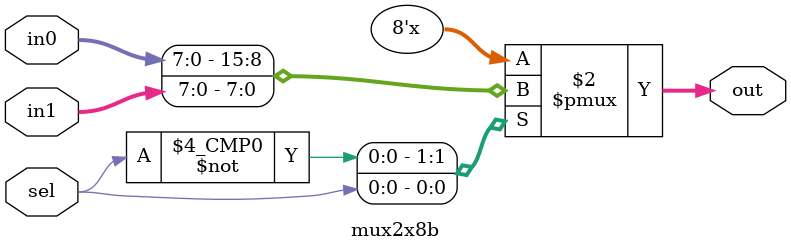
<source format=v>
`timescale 1ns / 1ps


module mux2x8b(
    input [7:0] in0,
    input [7:0] in1,
    input sel,
    output reg [7:0] out
    );
    
    always@(*)begin
        case(sel)
            1'b0: out = in0;
            1'b1: out = in1;
        endcase
    end
    
endmodule

</source>
